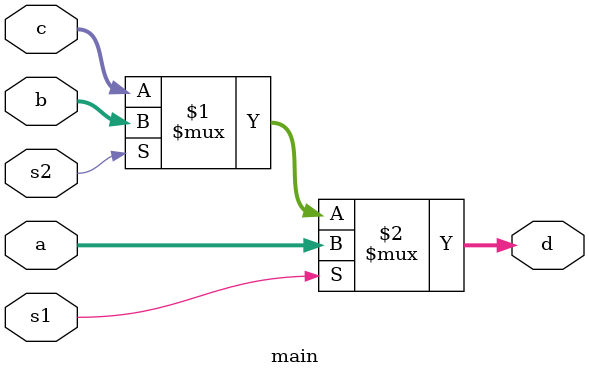
<source format=v>
module main (
  input wire [2:0] a,
  input wire [2:0] b,
  input wire [2:0] c,
  input wire s1,
  input wire s2,
  output wire [2:0] d
);
  assign d = s1 ? a : (s2 ? b : c);
  // assign d = a + b + c;

endmodule


</source>
